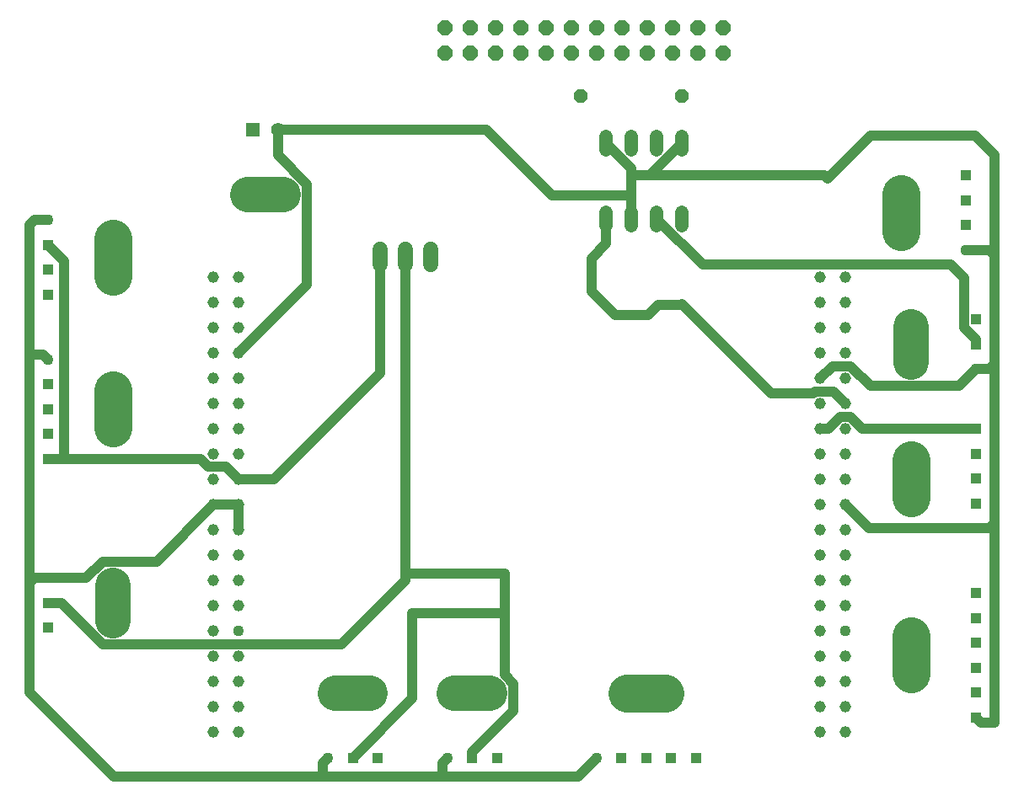
<source format=gbl>
G04 EAGLE Gerber RS-274X export*
G75*
%MOMM*%
%FSLAX34Y34*%
%LPD*%
%INBottom Copper*%
%IPPOS*%
%AMOC8*
5,1,8,0,0,1.08239X$1,22.5*%
G01*
%ADD10C,1.320800*%
%ADD11P,1.649562X8X22.500000*%
%ADD12C,1.158000*%
%ADD13C,1.108000*%
%ADD14C,1.524000*%
%ADD15P,1.429621X8X202.500000*%
%ADD16R,1.108000X1.108000*%
%ADD17C,3.516000*%
%ADD18C,3.816000*%
%ADD19C,1.408000*%
%ADD20R,1.408000X1.408000*%
%ADD21C,1.000000*%


D10*
X594700Y569496D02*
X594700Y582704D01*
X620100Y582704D02*
X620100Y569496D01*
X620100Y645696D02*
X620100Y658904D01*
X594700Y658904D02*
X594700Y645696D01*
X645500Y582704D02*
X645500Y569496D01*
X670900Y569496D02*
X670900Y582704D01*
X645500Y645696D02*
X645500Y658904D01*
X670900Y658904D02*
X670900Y645696D01*
D11*
X433100Y743100D03*
X433100Y768500D03*
X458500Y743100D03*
X458500Y768500D03*
X483900Y743100D03*
X483900Y768500D03*
X509300Y743100D03*
X509300Y768500D03*
X534700Y743100D03*
X534700Y768500D03*
X560100Y743100D03*
X560100Y768500D03*
X585500Y743100D03*
X585500Y768500D03*
X610900Y743100D03*
X610900Y768500D03*
X636300Y743100D03*
X636300Y768500D03*
X661700Y743100D03*
X661700Y768500D03*
X687100Y743100D03*
X687100Y768500D03*
X712500Y743100D03*
X712500Y768500D03*
D12*
X200000Y60000D03*
X225400Y60000D03*
X225400Y85400D03*
X200000Y85400D03*
X200000Y110800D03*
X225400Y110800D03*
X225400Y136200D03*
X200000Y136200D03*
X200000Y161600D03*
D13*
X225400Y161600D03*
D12*
X225400Y187000D03*
X200000Y187000D03*
X200000Y212400D03*
X225400Y212400D03*
X225400Y237800D03*
X200000Y237800D03*
X200000Y263200D03*
X225400Y263200D03*
X225400Y288600D03*
X200000Y288600D03*
X200000Y314000D03*
X225400Y314000D03*
X225400Y339400D03*
X200000Y339400D03*
X200000Y364800D03*
X225400Y364800D03*
X225400Y390200D03*
X200000Y390200D03*
X200000Y415600D03*
X225400Y415600D03*
X225400Y441000D03*
X200000Y441000D03*
X225400Y466400D03*
X200000Y466400D03*
X200000Y491800D03*
X225400Y491800D03*
X225400Y517200D03*
X200000Y517200D03*
X809600Y60000D03*
X835000Y60000D03*
X835000Y85400D03*
X809600Y85400D03*
X809600Y110800D03*
X835000Y110800D03*
X835000Y136200D03*
X809600Y136200D03*
X809600Y161600D03*
D13*
X835000Y161600D03*
D12*
X835000Y187000D03*
X809600Y187000D03*
X809600Y212400D03*
X835000Y212400D03*
X835000Y237800D03*
X809600Y237800D03*
X809600Y263200D03*
X835000Y263200D03*
X835000Y288600D03*
X809600Y288600D03*
X809600Y314000D03*
X835000Y314000D03*
X835000Y339400D03*
X809600Y339400D03*
X809600Y364800D03*
X835000Y364800D03*
X835000Y390200D03*
X809600Y390200D03*
X809600Y415600D03*
X835000Y415600D03*
X835000Y441000D03*
X809600Y441000D03*
X835000Y466400D03*
X809600Y466400D03*
X809600Y491800D03*
X835000Y491800D03*
X835000Y517200D03*
X809600Y517200D03*
D14*
X367600Y530380D02*
X367600Y545620D01*
X393000Y545620D02*
X393000Y530380D01*
X418400Y530380D02*
X418400Y545620D01*
D15*
X670800Y700000D03*
X569200Y700000D03*
D13*
X34000Y215000D03*
D16*
X34000Y190000D03*
X34000Y165000D03*
D17*
X99000Y172420D02*
X99000Y207580D01*
D13*
X956000Y545000D03*
D16*
X956000Y570000D03*
X956000Y595000D03*
X956000Y620000D03*
D18*
X891000Y601580D02*
X891000Y563420D01*
D13*
X585000Y34000D03*
D16*
X610000Y34000D03*
X635000Y34000D03*
X660000Y34000D03*
X685000Y34000D03*
D18*
X654080Y99000D02*
X615920Y99000D01*
D16*
X966000Y75000D03*
X966000Y100000D03*
X966000Y125000D03*
X966000Y150000D03*
X966000Y175000D03*
X966000Y200000D03*
D18*
X901000Y156580D02*
X901000Y118420D01*
D13*
X966000Y425000D03*
D16*
X966000Y450000D03*
X966000Y475000D03*
D17*
X901000Y467580D02*
X901000Y432420D01*
D13*
X315000Y34000D03*
D16*
X340000Y34000D03*
X365000Y34000D03*
D17*
X357580Y99000D02*
X322420Y99000D01*
D13*
X435000Y34000D03*
D16*
X460000Y34000D03*
X485000Y34000D03*
D17*
X477580Y99000D02*
X442420Y99000D01*
D13*
X34000Y435000D03*
D16*
X34000Y410000D03*
X34000Y385000D03*
X34000Y360000D03*
X34000Y335000D03*
D18*
X99000Y365920D02*
X99000Y404080D01*
D13*
X966000Y265000D03*
D16*
X966000Y290000D03*
X966000Y315000D03*
X966000Y340000D03*
X966000Y365000D03*
D18*
X901000Y334080D02*
X901000Y295920D01*
D13*
X34000Y575000D03*
D16*
X34000Y550000D03*
X34000Y525000D03*
X34000Y500000D03*
D18*
X99000Y518420D02*
X99000Y556580D01*
D19*
X265000Y666000D03*
D20*
X240000Y666000D03*
D17*
X234920Y601000D02*
X270080Y601000D01*
D21*
X670400Y490400D02*
X760400Y400400D01*
X802385Y400400D02*
X804499Y402514D01*
X802385Y400400D02*
X760400Y400400D01*
X822686Y402514D02*
X835000Y390200D01*
X822686Y402514D02*
X804499Y402514D01*
X579840Y503365D02*
X579840Y536635D01*
X579840Y503365D02*
X603365Y479840D01*
X636635Y479840D01*
X594700Y551495D02*
X594700Y576100D01*
X594700Y551495D02*
X579840Y536635D01*
X636635Y479840D02*
X646795Y490000D01*
X670000Y490000D02*
X670400Y490400D01*
X670000Y490000D02*
X646795Y490000D01*
X620000Y600000D02*
X540000Y600000D01*
X984840Y540000D02*
X984840Y430000D01*
X984840Y270000D01*
X984840Y70000D01*
X971000Y70000D01*
X966000Y75000D01*
X966000Y265000D02*
X979840Y265000D01*
X984840Y270000D01*
X979840Y425000D02*
X966000Y425000D01*
X979840Y425000D02*
X984840Y430000D01*
X966000Y265000D02*
X858600Y265000D01*
X835000Y288600D01*
X860301Y408316D02*
X840101Y427914D01*
X540000Y600000D02*
X474000Y666000D01*
X265000Y666000D01*
X585000Y34000D02*
X566160Y15160D01*
X430000Y15160D01*
X310000Y15160D01*
X15160Y100000D02*
X15160Y210000D01*
X15160Y440000D01*
X15160Y570000D01*
X20160Y575000D01*
X34000Y575000D01*
X29000Y440000D02*
X34000Y435000D01*
X29000Y440000D02*
X15160Y440000D01*
X20160Y215000D02*
X34000Y215000D01*
X20160Y215000D02*
X15160Y210000D01*
X430000Y29000D02*
X435000Y34000D01*
X430000Y29000D02*
X430000Y15160D01*
X315000Y34000D02*
X310000Y29000D01*
X310000Y15160D01*
X72332Y215000D02*
X34000Y215000D01*
X72332Y215000D02*
X89016Y231684D01*
X143084Y231684D02*
X200000Y288600D01*
X143084Y231684D02*
X89016Y231684D01*
X200000Y288600D02*
X225400Y288600D01*
X225400Y263200D01*
X265000Y640168D02*
X265000Y666000D01*
X265000Y640168D02*
X294184Y610984D01*
X294184Y509784D02*
X225400Y441000D01*
X294184Y509784D02*
X294184Y610984D01*
X15160Y100000D02*
X100000Y15160D01*
X310000Y15160D01*
X956000Y545000D02*
X979840Y545000D01*
X984840Y540000D01*
X840101Y427914D02*
X821914Y427914D01*
X949316Y408316D02*
X966000Y425000D01*
X949316Y408316D02*
X860301Y408316D01*
X817000Y617000D02*
X860000Y660000D01*
X964840Y660000D01*
X984840Y640000D01*
X984840Y540000D01*
X620100Y576100D02*
X620000Y576200D01*
X620000Y600000D01*
X620000Y627000D02*
X594700Y652300D01*
X620000Y627000D02*
X620000Y620000D01*
X620000Y600000D01*
X638600Y620000D02*
X670900Y652300D01*
X638600Y620000D02*
X620000Y620000D01*
X638600Y620000D02*
X814000Y620000D01*
X817000Y617000D01*
X821914Y427914D02*
X809600Y415600D01*
X260795Y314000D02*
X225400Y314000D01*
X50000Y335000D02*
X34000Y335000D01*
X50000Y335000D02*
X186985Y335000D01*
X212314Y327086D02*
X225400Y314000D01*
X194899Y327086D02*
X186985Y335000D01*
X194899Y327086D02*
X212314Y327086D01*
X50000Y534000D02*
X34000Y550000D01*
X50000Y534000D02*
X50000Y335000D01*
X367600Y420805D02*
X367600Y538000D01*
X367600Y420805D02*
X260795Y314000D01*
X645500Y576100D02*
X691600Y530000D01*
X941000Y530000D01*
X966000Y454694D02*
X966000Y450000D01*
X966000Y454694D02*
X953936Y466758D01*
X953936Y517064D02*
X941000Y530000D01*
X953936Y517064D02*
X953936Y466758D01*
X493000Y220000D02*
X493000Y180000D01*
X493000Y117668D01*
X501684Y108984D01*
X501684Y81684D01*
X460000Y40000D02*
X460000Y34000D01*
X460000Y40000D02*
X501684Y81684D01*
X400000Y94000D02*
X340000Y34000D01*
X400000Y94000D02*
X400000Y180000D01*
X493000Y180000D01*
X47332Y190000D02*
X34000Y190000D01*
X47332Y190000D02*
X89016Y148316D01*
X194701Y148316D02*
X194899Y148514D01*
X328514Y148514D02*
X393000Y213000D01*
X328514Y148514D02*
X194899Y148514D01*
X194701Y148316D02*
X89016Y148316D01*
X393000Y213000D02*
X393000Y220000D01*
X493000Y220000D01*
X393000Y220000D02*
X393000Y538000D01*
X829899Y377114D02*
X840101Y377114D01*
X817585Y364800D02*
X809600Y364800D01*
X817585Y364800D02*
X829899Y377114D01*
X840101Y377114D02*
X852215Y365000D01*
X966000Y365000D01*
M02*

</source>
